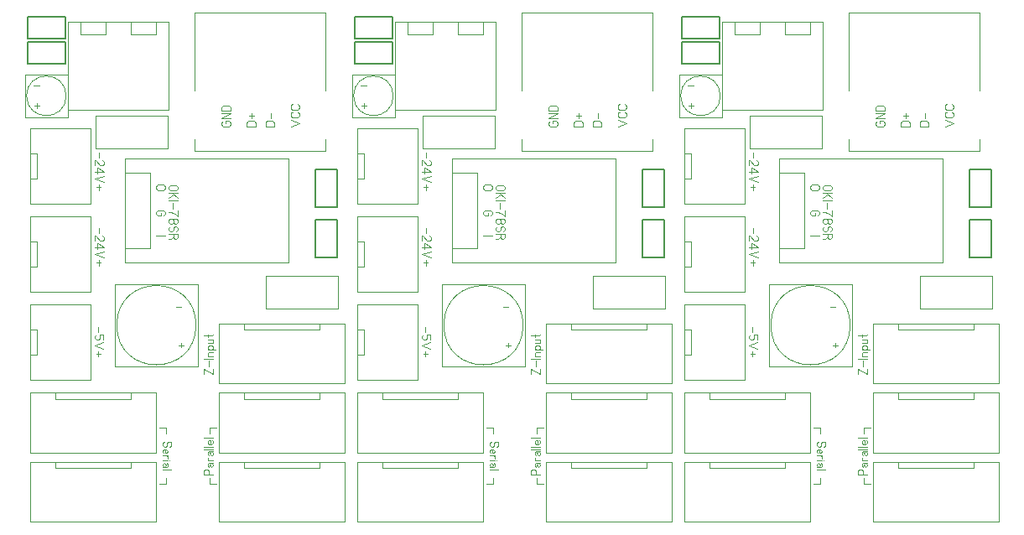
<source format=gbr>
%FSLAX34Y34*%
%MOMM*%
%LNCOPPER_BOTTOM*%
G71*
G01*
%ADD10C, 0.11*%
%ADD11C, 0.10*%
%ADD12C, 0.15*%
%LPD*%
G54D10*
X81578Y845817D02*
X81578Y840484D01*
G54D10*
X77689Y832707D02*
X77689Y838040D01*
X78244Y838040D01*
X79355Y837374D01*
X82689Y833374D01*
X83800Y832707D01*
X84911Y832707D01*
X86022Y833374D01*
X86578Y834707D01*
X86578Y836040D01*
X86022Y837374D01*
X84911Y838040D01*
G54D10*
X77689Y826263D02*
X86578Y826263D01*
X81022Y830263D01*
X79911Y830263D01*
X79911Y824930D01*
G54D10*
X86578Y822486D02*
X77689Y819153D01*
X86578Y815820D01*
G54D10*
X81578Y813375D02*
X81578Y808042D01*
G54D10*
X83800Y810709D02*
X79355Y810709D01*
G54D11*
X152400Y927100D02*
X152400Y977900D01*
X50800Y977900D01*
X50800Y927100D01*
G54D11*
X152400Y927100D02*
X152400Y889000D01*
X50800Y889000D01*
X50800Y927100D01*
G54D11*
X139700Y977900D02*
X139700Y965200D01*
X114300Y965200D01*
X114300Y977900D01*
G54D11*
X88900Y977900D02*
X88900Y965200D01*
X63500Y965200D01*
X63500Y977900D01*
G54D11*
X12700Y793750D02*
X73025Y793750D01*
G54D11*
X12700Y869950D02*
X73025Y869950D01*
X73025Y793750D01*
G54D11*
X12700Y793750D02*
X12700Y869950D01*
G54D11*
X12700Y819150D02*
X19050Y819150D01*
X19050Y844550D01*
X12700Y844550D01*
G54D11*
X12700Y704850D02*
X73025Y704850D01*
G54D11*
X12700Y781050D02*
X73025Y781050D01*
X73025Y704850D01*
G54D11*
X12700Y704850D02*
X12700Y781050D01*
G54D11*
X12700Y730250D02*
X19050Y730250D01*
X19050Y755650D01*
X12700Y755650D01*
G54D11*
X107950Y839788D02*
X107950Y735013D01*
X273050Y735013D01*
X273050Y839788D01*
X107950Y839788D01*
G54D11*
X107950Y825500D02*
X133350Y825500D01*
X133350Y749300D01*
X107950Y749300D01*
G54D10*
X159622Y807467D02*
X154067Y807467D01*
X152956Y808133D01*
X152400Y809467D01*
X152400Y810800D01*
X152956Y812133D01*
X154067Y812800D01*
X159622Y812800D01*
X160734Y812133D01*
X161289Y810800D01*
X161289Y809467D01*
X160733Y808133D01*
X159622Y807467D01*
G54D10*
X152400Y805023D02*
X161289Y805023D01*
G54D10*
X155178Y805023D02*
X161289Y799690D01*
G54D10*
X156845Y803023D02*
X152400Y799690D01*
G54D10*
X152400Y797246D02*
X161289Y797246D01*
G54D10*
X156289Y794802D02*
X156289Y789469D01*
G54D10*
X161289Y787025D02*
X161289Y781692D01*
X160178Y782358D01*
X158511Y783692D01*
X156289Y785025D01*
X154622Y785692D01*
X152400Y785692D01*
G54D10*
X156845Y775915D02*
X156845Y777248D01*
X157400Y778581D01*
X158511Y779248D01*
X159622Y779248D01*
X160734Y778581D01*
X161289Y777248D01*
X161289Y775915D01*
X160733Y774581D01*
X159622Y773915D01*
X158511Y773915D01*
X157400Y774581D01*
X156845Y775915D01*
X156289Y774581D01*
X155178Y773915D01*
X154067Y773915D01*
X152956Y774581D01*
X152400Y775915D01*
X152400Y777248D01*
X152956Y778581D01*
X154067Y779248D01*
X155178Y779248D01*
X156289Y778581D01*
X156845Y777248D01*
G54D10*
X154067Y771471D02*
X152956Y770804D01*
X152400Y769471D01*
X152400Y768138D01*
X152956Y766804D01*
X154067Y766138D01*
X155178Y766138D01*
X156289Y766804D01*
X156845Y768138D01*
X156845Y769471D01*
X157400Y770804D01*
X158511Y771471D01*
X159622Y771471D01*
X160733Y770804D01*
X161289Y769471D01*
X161289Y768138D01*
X160734Y766804D01*
X159622Y766138D01*
G54D10*
X156845Y761027D02*
X155733Y759027D01*
X154622Y758361D01*
X152400Y758361D01*
G54D10*
X152400Y763694D02*
X161289Y763694D01*
X161289Y760361D01*
X160733Y759027D01*
X159622Y758361D01*
X158511Y758361D01*
X157400Y759027D01*
X156845Y760361D01*
X156845Y763694D01*
G54D10*
X146922Y807864D02*
X141367Y807864D01*
X140256Y808530D01*
X139700Y809864D01*
X139700Y811197D01*
X140256Y812530D01*
X141367Y813197D01*
X146922Y813197D01*
X148034Y812530D01*
X148589Y811197D01*
X148589Y809864D01*
X148034Y808530D01*
X146922Y807864D01*
G54D10*
X144145Y784733D02*
X144145Y782067D01*
X141367Y782067D01*
X140256Y782733D01*
X139700Y784067D01*
X139700Y785400D01*
X140256Y786733D01*
X141367Y787400D01*
X146922Y787400D01*
X148034Y786733D01*
X148589Y785400D01*
X148589Y784067D01*
X148034Y782733D01*
X146922Y782067D01*
G54D10*
X139700Y762000D02*
X148589Y762000D01*
G54D11*
X78184Y883444D02*
X151209Y883444D01*
X151209Y850106D01*
X78184Y850106D01*
X78184Y883444D01*
G54D11*
X310158Y859631D02*
X310158Y847130D01*
X178594Y847130D01*
X178594Y859631D01*
G54D11*
X310158Y908844D02*
X310158Y987028D01*
X178594Y987028D01*
X178594Y908844D01*
G54D10*
X275274Y872331D02*
X284162Y875664D01*
X275274Y878998D01*
G54D10*
X282496Y886776D02*
X283607Y886109D01*
X284162Y884776D01*
X284162Y883442D01*
X283607Y882109D01*
X282496Y881442D01*
X276940Y881442D01*
X275829Y882109D01*
X275274Y883442D01*
X275274Y884776D01*
X275829Y886109D01*
X276940Y886776D01*
G54D10*
X282496Y894553D02*
X283607Y893886D01*
X284162Y892553D01*
X284162Y891219D01*
X283607Y889886D01*
X282496Y889219D01*
X276940Y889219D01*
X275829Y889886D01*
X275274Y891219D01*
X275274Y892553D01*
X275829Y893886D01*
X276940Y894553D01*
G54D10*
X258762Y872331D02*
X249874Y872331D01*
X249874Y875664D01*
X250429Y876998D01*
X251540Y877665D01*
X257096Y877665D01*
X258207Y876998D01*
X258762Y875665D01*
X258762Y872331D01*
G54D10*
X254874Y880108D02*
X254874Y885442D01*
G54D10*
X239712Y872331D02*
X230824Y872331D01*
X230824Y875664D01*
X231379Y876998D01*
X232490Y877665D01*
X238046Y877665D01*
X239157Y876998D01*
X239712Y875664D01*
X239712Y872331D01*
G54D10*
X235824Y880108D02*
X235824Y885442D01*
G54D10*
X233602Y882775D02*
X238046Y882775D01*
G54D10*
X209868Y874998D02*
X209868Y877665D01*
X212646Y877665D01*
X213757Y876998D01*
X214312Y875665D01*
X214312Y874331D01*
X213757Y872998D01*
X212646Y872331D01*
X207090Y872331D01*
X205979Y872998D01*
X205424Y874331D01*
X205424Y875664D01*
X205979Y876998D01*
X207090Y877665D01*
G54D10*
X214312Y880108D02*
X205424Y880108D01*
X214312Y885442D01*
X205424Y885442D01*
G54D10*
X214312Y887885D02*
X205424Y887885D01*
X205424Y891219D01*
X205979Y892552D01*
X207090Y893219D01*
X212646Y893219D01*
X213757Y892552D01*
X214312Y891219D01*
X214312Y887885D01*
G54D10*
X81578Y769617D02*
X81578Y764284D01*
G54D10*
X77689Y756507D02*
X77689Y761840D01*
X78244Y761840D01*
X79355Y761174D01*
X82689Y757174D01*
X83800Y756507D01*
X84911Y756507D01*
X86022Y757174D01*
X86578Y758507D01*
X86578Y759840D01*
X86022Y761174D01*
X84911Y761840D01*
G54D10*
X77689Y750063D02*
X86578Y750063D01*
X81022Y754063D01*
X79911Y754063D01*
X79911Y748730D01*
G54D10*
X86578Y746286D02*
X77689Y742953D01*
X86578Y739620D01*
G54D10*
X81578Y737175D02*
X81578Y731842D01*
G54D10*
X83800Y734509D02*
X79355Y734509D01*
G54D12*
X9550Y935150D02*
X9550Y957150D01*
X47550Y957150D01*
X47550Y935150D01*
X9550Y935150D01*
G54D12*
X9550Y960550D02*
X9550Y982550D01*
X47550Y982550D01*
X47550Y960550D01*
X9550Y960550D01*
G54D11*
X50205Y881261D02*
X6945Y881261D01*
X6945Y924520D01*
X50205Y924520D01*
X50205Y881261D01*
G54D11*
G75*
G01X8605Y903108D02*
G03X8605Y903108I20000J0D01*
G01*
G54D10*
X21630Y893247D02*
X16296Y893247D01*
G54D10*
X18963Y891025D02*
X18963Y895469D01*
G54D10*
X21233Y913488D02*
X15900Y913488D01*
G54D11*
X181372Y713184D02*
X98028Y713184D01*
X98028Y629841D01*
X181372Y629841D01*
X181372Y713184D01*
G54D11*
G75*
G01X179700Y671512D02*
G03X179700Y671512I-40000J0D01*
G01*
G54D10*
X159544Y690086D02*
X164877Y690086D01*
G54D10*
X161925Y651192D02*
X167258Y651192D01*
G54D10*
X164592Y653414D02*
X164592Y648970D01*
G54D11*
X203200Y673100D02*
X203200Y612775D01*
G54D11*
X330200Y673100D02*
X330200Y612775D01*
X203200Y612775D01*
G54D11*
X203200Y673100D02*
X330200Y673100D01*
G54D11*
X228600Y673100D02*
X228600Y666750D01*
X304800Y666750D01*
X304800Y673100D01*
G54D11*
X203200Y603250D02*
X203200Y542925D01*
G54D11*
X330200Y603250D02*
X330200Y542925D01*
X203200Y542925D01*
G54D11*
X203200Y603250D02*
X330200Y603250D01*
G54D11*
X228600Y603250D02*
X228600Y596900D01*
X304800Y596900D01*
X304800Y603250D01*
G54D11*
X12700Y603250D02*
X12700Y542925D01*
G54D11*
X139700Y603250D02*
X139700Y542925D01*
X12700Y542925D01*
G54D11*
X12700Y603250D02*
X139700Y603250D01*
G54D11*
X38100Y603250D02*
X38100Y596900D01*
X114300Y596900D01*
X114300Y603250D01*
G54D11*
X12700Y533400D02*
X12700Y473075D01*
G54D11*
X139700Y533400D02*
X139700Y473075D01*
X12700Y473075D01*
G54D11*
X12700Y533400D02*
X139700Y533400D01*
G54D11*
X38100Y533400D02*
X38100Y527050D01*
X114300Y527050D01*
X114300Y533400D01*
G54D11*
X203200Y533400D02*
X203200Y473075D01*
G54D11*
X330200Y533400D02*
X330200Y473075D01*
X203200Y473075D01*
G54D11*
X203200Y533400D02*
X330200Y533400D01*
G54D11*
X228600Y533400D02*
X228600Y527050D01*
X304800Y527050D01*
X304800Y533400D01*
G54D11*
X12700Y615950D02*
X73025Y615950D01*
G54D11*
X12700Y692150D02*
X73025Y692150D01*
X73025Y615950D01*
G54D11*
X12700Y615950D02*
X12700Y692150D01*
G54D11*
X12700Y641350D02*
X19050Y641350D01*
X19050Y666750D01*
X12700Y666750D01*
G54D10*
X81281Y669926D02*
X81281Y664592D01*
G54D10*
X86281Y656815D02*
X86281Y662149D01*
X82392Y662149D01*
X82392Y661482D01*
X82948Y660149D01*
X82948Y658815D01*
X82392Y657482D01*
X81281Y656815D01*
X79059Y656815D01*
X77948Y657482D01*
X77392Y658815D01*
X77392Y660149D01*
X77948Y661482D01*
X79059Y662149D01*
G54D10*
X86281Y654372D02*
X77392Y651038D01*
X86281Y647705D01*
G54D10*
X81281Y645261D02*
X81281Y639927D01*
G54D10*
X83503Y642594D02*
X79059Y642594D01*
G54D10*
X187961Y622300D02*
X187961Y627633D01*
X196850Y622300D01*
X196850Y627633D01*
G54D10*
X192961Y630077D02*
X192961Y635410D01*
G54D10*
X196850Y637854D02*
X187961Y637854D01*
G54D10*
X196850Y640298D02*
X191850Y640298D01*
G54D10*
X192961Y640298D02*
X192183Y640965D01*
X191850Y642298D01*
X192183Y643631D01*
X192961Y644298D01*
X196850Y644298D01*
G54D10*
X191850Y646742D02*
X199072Y646742D01*
G54D10*
X195183Y646742D02*
X196628Y647409D01*
X196850Y648742D01*
X196628Y650075D01*
X195517Y650742D01*
X193294Y650742D01*
X192183Y650075D01*
X191850Y648742D01*
X192183Y647409D01*
X193517Y646742D01*
G54D10*
X191850Y657186D02*
X196850Y657186D01*
G54D10*
X195739Y657186D02*
X196628Y656519D01*
X196850Y655186D01*
X196628Y653853D01*
X195739Y653186D01*
X191850Y653186D01*
G54D10*
X187961Y660963D02*
X196294Y660963D01*
X196850Y661630D01*
X196628Y662297D01*
G54D10*
X191850Y659630D02*
X191850Y662297D01*
G54D10*
X196850Y520700D02*
X187961Y520700D01*
X187961Y524033D01*
X188517Y525367D01*
X189628Y526033D01*
X190739Y526033D01*
X191850Y525367D01*
X192406Y524033D01*
X192406Y520700D01*
G54D10*
X192406Y528477D02*
X191850Y529810D01*
X191850Y531410D01*
X192961Y532477D01*
X196850Y532477D01*
G54D10*
X195183Y532477D02*
X194072Y531810D01*
X193850Y530477D01*
X194072Y529144D01*
X195183Y528477D01*
X196294Y528744D01*
X196850Y529810D01*
X196850Y530477D01*
X196850Y530744D01*
X196294Y531810D01*
X195183Y532477D01*
G54D10*
X196850Y534921D02*
X191850Y534921D01*
G54D10*
X192961Y534921D02*
X191850Y536254D01*
X191850Y537588D01*
G54D10*
X192406Y540032D02*
X191850Y541365D01*
X191850Y542965D01*
X192961Y544032D01*
X196850Y544032D01*
G54D10*
X195183Y544032D02*
X194072Y543365D01*
X193850Y542032D01*
X194072Y540699D01*
X195183Y540032D01*
X196294Y540299D01*
X196850Y541365D01*
X196850Y542032D01*
X196850Y542299D01*
X196294Y543365D01*
X195183Y544032D01*
G54D10*
X196850Y546476D02*
X187961Y546476D01*
G54D10*
X196850Y548920D02*
X187961Y548920D01*
G54D10*
X196294Y555364D02*
X196850Y554297D01*
X196850Y552964D01*
X196294Y551631D01*
X195183Y551364D01*
X193294Y551364D01*
X192183Y552031D01*
X191850Y553364D01*
X192183Y554697D01*
X192961Y555364D01*
X194072Y555364D01*
X194072Y551364D01*
G54D10*
X196850Y557808D02*
X187961Y557808D01*
G54D10*
X147717Y554038D02*
X146606Y553371D01*
X146050Y552038D01*
X146050Y550704D01*
X146606Y549371D01*
X147717Y548704D01*
X148828Y548704D01*
X149939Y549371D01*
X150494Y550704D01*
X150494Y552038D01*
X151050Y553371D01*
X152161Y554038D01*
X153272Y554038D01*
X154383Y553371D01*
X154939Y552038D01*
X154939Y550704D01*
X154383Y549371D01*
X153272Y548704D01*
G54D10*
X146606Y542260D02*
X146050Y543327D01*
X146050Y544660D01*
X146606Y545994D01*
X147717Y546260D01*
X149606Y546260D01*
X150717Y545594D01*
X151050Y544260D01*
X150717Y542927D01*
X149939Y542260D01*
X148828Y542260D01*
X148828Y546260D01*
G54D10*
X146050Y539816D02*
X151050Y539816D01*
G54D10*
X149939Y539816D02*
X151050Y538483D01*
X151050Y537150D01*
G54D10*
X146050Y534706D02*
X151050Y534706D01*
G54D10*
X152717Y534706D02*
X152717Y534706D01*
G54D10*
X150494Y532262D02*
X151050Y530928D01*
X151050Y529328D01*
X149939Y528262D01*
X146050Y528262D01*
G54D10*
X147717Y528262D02*
X148828Y528928D01*
X149050Y530262D01*
X148828Y531595D01*
X147717Y532262D01*
X146606Y531995D01*
X146050Y530928D01*
X146050Y530262D01*
X146050Y529995D01*
X146606Y528928D01*
X147717Y528262D01*
G54D10*
X146050Y525818D02*
X154939Y525818D01*
G54D11*
X193675Y561975D02*
X193675Y568325D01*
X200025Y568325D01*
G54D11*
X193675Y517525D02*
X193675Y511175D01*
X200025Y511175D01*
G54D11*
X149225Y561975D02*
X149225Y568325D01*
X142875Y568325D01*
G54D11*
X149225Y517525D02*
X149225Y511175D01*
X142875Y511175D01*
G54D11*
X323056Y688181D02*
X250031Y688181D01*
X250031Y721519D01*
X323056Y721519D01*
X323056Y688181D01*
G54D12*
X300150Y828650D02*
X322150Y828650D01*
X322150Y790650D01*
X300150Y790650D01*
X300150Y828650D01*
G54D12*
X300150Y777850D02*
X322150Y777850D01*
X322150Y739850D01*
X300150Y739850D01*
X300150Y777850D01*
G54D10*
X411778Y845817D02*
X411778Y840484D01*
G54D10*
X407889Y832707D02*
X407889Y838040D01*
X408444Y838040D01*
X409555Y837374D01*
X412889Y833374D01*
X414000Y832707D01*
X415111Y832707D01*
X416222Y833374D01*
X416778Y834707D01*
X416778Y836040D01*
X416222Y837374D01*
X415111Y838040D01*
G54D10*
X407889Y826263D02*
X416778Y826263D01*
X411222Y830263D01*
X410111Y830263D01*
X410111Y824930D01*
G54D10*
X416778Y822486D02*
X407889Y819153D01*
X416778Y815820D01*
G54D10*
X411778Y813375D02*
X411778Y808042D01*
G54D10*
X414000Y810708D02*
X409555Y810708D01*
G54D11*
X482600Y927100D02*
X482600Y977900D01*
X381000Y977900D01*
X381000Y927100D01*
G54D11*
X482600Y927100D02*
X482600Y889000D01*
X381000Y889000D01*
X381000Y927100D01*
G54D11*
X469900Y977900D02*
X469900Y965200D01*
X444500Y965200D01*
X444500Y977900D01*
G54D11*
X419100Y977900D02*
X419100Y965200D01*
X393700Y965200D01*
X393700Y977900D01*
G54D11*
X342900Y793750D02*
X403225Y793750D01*
G54D11*
X342900Y869950D02*
X403225Y869950D01*
X403225Y793750D01*
G54D11*
X342900Y793750D02*
X342900Y869950D01*
G54D11*
X342900Y819150D02*
X349250Y819150D01*
X349250Y844550D01*
X342900Y844550D01*
G54D11*
X342900Y704850D02*
X403225Y704850D01*
G54D11*
X342900Y781050D02*
X403225Y781050D01*
X403225Y704850D01*
G54D11*
X342900Y704850D02*
X342900Y781050D01*
G54D11*
X342900Y730250D02*
X349250Y730250D01*
X349250Y755650D01*
X342900Y755650D01*
G54D11*
X438150Y839788D02*
X438150Y735013D01*
X603250Y735013D01*
X603250Y839788D01*
X438150Y839788D01*
G54D11*
X438150Y825500D02*
X463550Y825500D01*
X463550Y749300D01*
X438150Y749300D01*
G54D10*
X489822Y807467D02*
X484267Y807467D01*
X483156Y808133D01*
X482600Y809467D01*
X482600Y810800D01*
X483156Y812133D01*
X484267Y812800D01*
X489822Y812800D01*
X490934Y812133D01*
X491489Y810800D01*
X491489Y809467D01*
X490933Y808133D01*
X489822Y807467D01*
G54D10*
X482600Y805023D02*
X491489Y805023D01*
G54D10*
X485378Y805023D02*
X491489Y799690D01*
G54D10*
X487045Y803023D02*
X482600Y799690D01*
G54D10*
X482600Y797246D02*
X491489Y797246D01*
G54D10*
X486489Y794802D02*
X486489Y789469D01*
G54D10*
X491489Y787025D02*
X491489Y781692D01*
X490378Y782358D01*
X488711Y783692D01*
X486489Y785025D01*
X484822Y785692D01*
X482600Y785692D01*
G54D10*
X487045Y775915D02*
X487045Y777248D01*
X487600Y778581D01*
X488711Y779248D01*
X489822Y779248D01*
X490934Y778581D01*
X491489Y777248D01*
X491489Y775915D01*
X490933Y774581D01*
X489822Y773915D01*
X488711Y773915D01*
X487600Y774581D01*
X487045Y775915D01*
X486489Y774581D01*
X485378Y773915D01*
X484267Y773915D01*
X483156Y774581D01*
X482600Y775915D01*
X482600Y777248D01*
X483156Y778581D01*
X484267Y779248D01*
X485378Y779248D01*
X486489Y778581D01*
X487045Y777248D01*
G54D10*
X484267Y771471D02*
X483156Y770804D01*
X482600Y769471D01*
X482600Y768138D01*
X483156Y766804D01*
X484267Y766138D01*
X485378Y766138D01*
X486489Y766804D01*
X487045Y768138D01*
X487045Y769471D01*
X487600Y770804D01*
X488711Y771471D01*
X489822Y771471D01*
X490933Y770804D01*
X491489Y769471D01*
X491489Y768138D01*
X490934Y766804D01*
X489822Y766138D01*
G54D10*
X487045Y761027D02*
X485933Y759027D01*
X484822Y758361D01*
X482600Y758361D01*
G54D10*
X482600Y763694D02*
X491489Y763694D01*
X491489Y760361D01*
X490933Y759027D01*
X489822Y758361D01*
X488711Y758361D01*
X487600Y759027D01*
X487045Y760361D01*
X487045Y763694D01*
G54D10*
X477122Y807864D02*
X471567Y807864D01*
X470456Y808530D01*
X469900Y809864D01*
X469900Y811197D01*
X470456Y812530D01*
X471567Y813197D01*
X477122Y813197D01*
X478234Y812530D01*
X478789Y811197D01*
X478789Y809864D01*
X478234Y808530D01*
X477122Y807864D01*
G54D10*
X474345Y784733D02*
X474345Y782067D01*
X471567Y782067D01*
X470456Y782733D01*
X469900Y784067D01*
X469900Y785400D01*
X470456Y786733D01*
X471567Y787400D01*
X477122Y787400D01*
X478234Y786733D01*
X478789Y785400D01*
X478789Y784067D01*
X478234Y782733D01*
X477122Y782067D01*
G54D10*
X469900Y762000D02*
X478789Y762000D01*
G54D11*
X408384Y883444D02*
X481409Y883444D01*
X481409Y850106D01*
X408384Y850106D01*
X408384Y883444D01*
G54D11*
X640358Y859631D02*
X640358Y847130D01*
X508794Y847130D01*
X508794Y859631D01*
G54D11*
X640358Y908844D02*
X640358Y987028D01*
X508794Y987028D01*
X508794Y908844D01*
G54D10*
X605474Y872331D02*
X614362Y875664D01*
X605474Y878998D01*
G54D10*
X612696Y886776D02*
X613807Y886109D01*
X614362Y884776D01*
X614362Y883442D01*
X613807Y882109D01*
X612696Y881442D01*
X607140Y881442D01*
X606029Y882109D01*
X605474Y883442D01*
X605474Y884776D01*
X606029Y886109D01*
X607140Y886776D01*
G54D10*
X612696Y894552D02*
X613807Y893886D01*
X614362Y892553D01*
X614362Y891219D01*
X613807Y889886D01*
X612696Y889219D01*
X607140Y889219D01*
X606029Y889886D01*
X605474Y891219D01*
X605474Y892552D01*
X606029Y893886D01*
X607140Y894553D01*
G54D10*
X588962Y872331D02*
X580074Y872331D01*
X580074Y875664D01*
X580629Y876998D01*
X581740Y877665D01*
X587296Y877665D01*
X588407Y876998D01*
X588962Y875665D01*
X588962Y872331D01*
G54D10*
X585074Y880108D02*
X585074Y885442D01*
G54D10*
X569912Y872331D02*
X561024Y872331D01*
X561024Y875664D01*
X561579Y876998D01*
X562690Y877665D01*
X568246Y877665D01*
X569357Y876998D01*
X569912Y875664D01*
X569912Y872331D01*
G54D10*
X566024Y880108D02*
X566024Y885442D01*
G54D10*
X563802Y882775D02*
X568246Y882775D01*
G54D10*
X540068Y874998D02*
X540068Y877665D01*
X542846Y877665D01*
X543957Y876998D01*
X544512Y875665D01*
X544512Y874331D01*
X543957Y872998D01*
X542846Y872331D01*
X537290Y872331D01*
X536179Y872998D01*
X535624Y874331D01*
X535624Y875664D01*
X536179Y876998D01*
X537290Y877665D01*
G54D10*
X544512Y880108D02*
X535624Y880108D01*
X544512Y885442D01*
X535624Y885442D01*
G54D10*
X544512Y887885D02*
X535624Y887885D01*
X535624Y891218D01*
X536179Y892552D01*
X537290Y893218D01*
X542846Y893218D01*
X543957Y892552D01*
X544512Y891218D01*
X544512Y887885D01*
G54D10*
X411778Y769617D02*
X411778Y764284D01*
G54D10*
X407889Y756507D02*
X407889Y761840D01*
X408444Y761840D01*
X409555Y761174D01*
X412889Y757174D01*
X414000Y756507D01*
X415111Y756507D01*
X416222Y757174D01*
X416778Y758507D01*
X416778Y759840D01*
X416222Y761174D01*
X415111Y761840D01*
G54D10*
X407889Y750063D02*
X416778Y750063D01*
X411222Y754063D01*
X410111Y754063D01*
X410111Y748730D01*
G54D10*
X416778Y746286D02*
X407889Y742953D01*
X416778Y739620D01*
G54D10*
X411778Y737175D02*
X411778Y731842D01*
G54D10*
X414000Y734508D02*
X409555Y734508D01*
G54D12*
X339750Y935150D02*
X339750Y957150D01*
X377750Y957150D01*
X377750Y935150D01*
X339750Y935150D01*
G54D12*
X339750Y960550D02*
X339750Y982550D01*
X377750Y982550D01*
X377750Y960550D01*
X339750Y960550D01*
G54D11*
X380405Y881261D02*
X337145Y881261D01*
X337145Y924520D01*
X380405Y924520D01*
X380405Y881261D01*
G54D11*
G75*
G01X338805Y903108D02*
G03X338805Y903108I20000J0D01*
G01*
G54D10*
X351830Y893247D02*
X346496Y893247D01*
G54D10*
X349163Y891025D02*
X349163Y895469D01*
G54D10*
X351433Y913488D02*
X346100Y913488D01*
G54D11*
X511572Y713184D02*
X428228Y713184D01*
X428228Y629841D01*
X511572Y629841D01*
X511572Y713184D01*
G54D11*
G75*
G01X509900Y671512D02*
G03X509900Y671512I-40000J0D01*
G01*
G54D10*
X489744Y690086D02*
X495077Y690086D01*
G54D10*
X492125Y651192D02*
X497458Y651192D01*
G54D10*
X494792Y653414D02*
X494792Y648970D01*
G54D11*
X533400Y673100D02*
X533400Y612775D01*
G54D11*
X660400Y673100D02*
X660400Y612775D01*
X533400Y612775D01*
G54D11*
X533400Y673100D02*
X660400Y673100D01*
G54D11*
X558800Y673100D02*
X558800Y666750D01*
X635000Y666750D01*
X635000Y673100D01*
G54D11*
X533400Y603250D02*
X533400Y542925D01*
G54D11*
X660400Y603250D02*
X660400Y542925D01*
X533400Y542925D01*
G54D11*
X533400Y603250D02*
X660400Y603250D01*
G54D11*
X558800Y603250D02*
X558800Y596900D01*
X635000Y596900D01*
X635000Y603250D01*
G54D11*
X342900Y603250D02*
X342900Y542925D01*
G54D11*
X469900Y603250D02*
X469900Y542925D01*
X342900Y542925D01*
G54D11*
X342900Y603250D02*
X469900Y603250D01*
G54D11*
X368300Y603250D02*
X368300Y596900D01*
X444500Y596900D01*
X444500Y603250D01*
G54D11*
X342900Y533400D02*
X342900Y473075D01*
G54D11*
X469900Y533400D02*
X469900Y473075D01*
X342900Y473075D01*
G54D11*
X342900Y533400D02*
X469900Y533400D01*
G54D11*
X368300Y533400D02*
X368300Y527050D01*
X444500Y527050D01*
X444500Y533400D01*
G54D11*
X533400Y533400D02*
X533400Y473075D01*
G54D11*
X660400Y533400D02*
X660400Y473075D01*
X533400Y473075D01*
G54D11*
X533400Y533400D02*
X660400Y533400D01*
G54D11*
X558800Y533400D02*
X558800Y527050D01*
X635000Y527050D01*
X635000Y533400D01*
G54D11*
X342900Y615950D02*
X403225Y615950D01*
G54D11*
X342900Y692150D02*
X403225Y692150D01*
X403225Y615950D01*
G54D11*
X342900Y615950D02*
X342900Y692150D01*
G54D11*
X342900Y641350D02*
X349250Y641350D01*
X349250Y666750D01*
X342900Y666750D01*
G54D10*
X411481Y669926D02*
X411481Y664592D01*
G54D10*
X416481Y656815D02*
X416481Y662149D01*
X412592Y662149D01*
X412592Y661482D01*
X413148Y660149D01*
X413148Y658815D01*
X412592Y657482D01*
X411481Y656815D01*
X409259Y656815D01*
X408148Y657482D01*
X407592Y658815D01*
X407592Y660149D01*
X408148Y661482D01*
X409259Y662149D01*
G54D10*
X416481Y654372D02*
X407592Y651038D01*
X416481Y647705D01*
G54D10*
X411481Y645261D02*
X411481Y639927D01*
G54D10*
X413703Y642594D02*
X409259Y642594D01*
G54D10*
X518161Y622300D02*
X518161Y627633D01*
X527050Y622300D01*
X527050Y627633D01*
G54D10*
X523161Y630077D02*
X523161Y635410D01*
G54D10*
X527050Y637854D02*
X518161Y637854D01*
G54D10*
X527050Y640298D02*
X522050Y640298D01*
G54D10*
X523161Y640298D02*
X522383Y640965D01*
X522050Y642298D01*
X522383Y643631D01*
X523161Y644298D01*
X527050Y644298D01*
G54D10*
X522050Y646742D02*
X529272Y646742D01*
G54D10*
X525383Y646742D02*
X526828Y647409D01*
X527050Y648742D01*
X526828Y650075D01*
X525717Y650742D01*
X523494Y650742D01*
X522383Y650075D01*
X522050Y648742D01*
X522383Y647409D01*
X523717Y646742D01*
G54D10*
X522050Y657186D02*
X527050Y657186D01*
G54D10*
X525939Y657186D02*
X526828Y656519D01*
X527050Y655186D01*
X526828Y653853D01*
X525939Y653186D01*
X522050Y653186D01*
G54D10*
X518161Y660963D02*
X526494Y660963D01*
X527050Y661630D01*
X526828Y662297D01*
G54D10*
X522050Y659630D02*
X522050Y662297D01*
G54D10*
X527050Y520700D02*
X518161Y520700D01*
X518161Y524033D01*
X518717Y525367D01*
X519828Y526033D01*
X520939Y526033D01*
X522050Y525367D01*
X522606Y524033D01*
X522606Y520700D01*
G54D10*
X522606Y528477D02*
X522050Y529810D01*
X522050Y531410D01*
X523161Y532477D01*
X527050Y532477D01*
G54D10*
X525383Y532477D02*
X524272Y531810D01*
X524050Y530477D01*
X524272Y529144D01*
X525383Y528477D01*
X526494Y528744D01*
X527050Y529810D01*
X527050Y530477D01*
X527050Y530744D01*
X526494Y531810D01*
X525383Y532477D01*
G54D10*
X527050Y534921D02*
X522050Y534921D01*
G54D10*
X523161Y534921D02*
X522050Y536254D01*
X522050Y537588D01*
G54D10*
X522606Y540032D02*
X522050Y541365D01*
X522050Y542965D01*
X523161Y544032D01*
X527050Y544032D01*
G54D10*
X525383Y544032D02*
X524272Y543365D01*
X524050Y542032D01*
X524272Y540699D01*
X525383Y540032D01*
X526494Y540299D01*
X527050Y541365D01*
X527050Y542032D01*
X527050Y542299D01*
X526494Y543365D01*
X525383Y544032D01*
G54D10*
X527050Y546476D02*
X518161Y546476D01*
G54D10*
X527050Y548920D02*
X518161Y548920D01*
G54D10*
X526494Y555364D02*
X527050Y554297D01*
X527050Y552964D01*
X526494Y551631D01*
X525383Y551364D01*
X523494Y551364D01*
X522383Y552031D01*
X522050Y553364D01*
X522383Y554697D01*
X523161Y555364D01*
X524272Y555364D01*
X524272Y551364D01*
G54D10*
X527050Y557808D02*
X518161Y557808D01*
G54D10*
X477917Y554038D02*
X476806Y553371D01*
X476250Y552038D01*
X476250Y550704D01*
X476806Y549371D01*
X477917Y548704D01*
X479028Y548704D01*
X480139Y549371D01*
X480694Y550704D01*
X480694Y552038D01*
X481250Y553371D01*
X482361Y554038D01*
X483472Y554038D01*
X484583Y553371D01*
X485139Y552038D01*
X485139Y550704D01*
X484583Y549371D01*
X483472Y548704D01*
G54D10*
X476806Y542260D02*
X476250Y543327D01*
X476250Y544660D01*
X476806Y545994D01*
X477917Y546260D01*
X479806Y546260D01*
X480917Y545594D01*
X481250Y544260D01*
X480917Y542927D01*
X480139Y542260D01*
X479028Y542260D01*
X479028Y546260D01*
G54D10*
X476250Y539816D02*
X481250Y539816D01*
G54D10*
X480139Y539816D02*
X481250Y538483D01*
X481250Y537150D01*
G54D10*
X476250Y534706D02*
X481250Y534706D01*
G54D10*
X482917Y534706D02*
X482917Y534706D01*
G54D10*
X480694Y532262D02*
X481250Y530928D01*
X481250Y529328D01*
X480139Y528262D01*
X476250Y528262D01*
G54D10*
X477917Y528262D02*
X479028Y528928D01*
X479250Y530262D01*
X479028Y531595D01*
X477917Y532262D01*
X476806Y531995D01*
X476250Y530928D01*
X476250Y530262D01*
X476250Y529995D01*
X476806Y528928D01*
X477917Y528262D01*
G54D10*
X476250Y525818D02*
X485139Y525818D01*
G54D11*
X523875Y561975D02*
X523875Y568325D01*
X530225Y568325D01*
G54D11*
X523875Y517525D02*
X523875Y511175D01*
X530225Y511175D01*
G54D11*
X479425Y561975D02*
X479425Y568325D01*
X473075Y568325D01*
G54D11*
X479425Y517525D02*
X479425Y511175D01*
X473075Y511175D01*
G54D11*
X653256Y688181D02*
X580231Y688181D01*
X580231Y721519D01*
X653256Y721519D01*
X653256Y688181D01*
G54D12*
X630350Y828650D02*
X652350Y828650D01*
X652350Y790650D01*
X630350Y790650D01*
X630350Y828650D01*
G54D12*
X630350Y777850D02*
X652350Y777850D01*
X652350Y739850D01*
X630350Y739850D01*
X630350Y777850D01*
G54D10*
X741978Y845817D02*
X741978Y840484D01*
G54D10*
X738089Y832707D02*
X738089Y838040D01*
X738644Y838040D01*
X739755Y837374D01*
X743089Y833374D01*
X744200Y832707D01*
X745311Y832707D01*
X746422Y833374D01*
X746978Y834707D01*
X746978Y836040D01*
X746422Y837374D01*
X745311Y838040D01*
G54D10*
X738089Y826263D02*
X746978Y826263D01*
X741422Y830263D01*
X740311Y830263D01*
X740311Y824930D01*
G54D10*
X746978Y822486D02*
X738089Y819153D01*
X746978Y815820D01*
G54D10*
X741978Y813375D02*
X741978Y808042D01*
G54D10*
X744200Y810708D02*
X739755Y810708D01*
G54D11*
X812800Y927100D02*
X812800Y977900D01*
X711200Y977900D01*
X711200Y927100D01*
G54D11*
X812800Y927100D02*
X812800Y889000D01*
X711200Y889000D01*
X711200Y927100D01*
G54D11*
X800100Y977900D02*
X800100Y965200D01*
X774700Y965200D01*
X774700Y977900D01*
G54D11*
X749300Y977900D02*
X749300Y965200D01*
X723900Y965200D01*
X723900Y977900D01*
G54D11*
X673100Y793750D02*
X733425Y793750D01*
G54D11*
X673100Y869950D02*
X733425Y869950D01*
X733425Y793750D01*
G54D11*
X673100Y793750D02*
X673100Y869950D01*
G54D11*
X673100Y819150D02*
X679450Y819150D01*
X679450Y844550D01*
X673100Y844550D01*
G54D11*
X673100Y704850D02*
X733425Y704850D01*
G54D11*
X673100Y781050D02*
X733425Y781050D01*
X733425Y704850D01*
G54D11*
X673100Y704850D02*
X673100Y781050D01*
G54D11*
X673100Y730250D02*
X679450Y730250D01*
X679450Y755650D01*
X673100Y755650D01*
G54D11*
X768350Y839788D02*
X768350Y735013D01*
X933450Y735013D01*
X933450Y839788D01*
X768350Y839788D01*
G54D11*
X768350Y825500D02*
X793750Y825500D01*
X793750Y749300D01*
X768350Y749300D01*
G54D10*
X820022Y807467D02*
X814467Y807467D01*
X813356Y808133D01*
X812800Y809467D01*
X812800Y810800D01*
X813356Y812133D01*
X814467Y812800D01*
X820022Y812800D01*
X821134Y812133D01*
X821689Y810800D01*
X821689Y809467D01*
X821133Y808133D01*
X820022Y807467D01*
G54D10*
X812800Y805023D02*
X821689Y805023D01*
G54D10*
X815578Y805023D02*
X821689Y799690D01*
G54D10*
X817245Y803023D02*
X812800Y799690D01*
G54D10*
X812800Y797246D02*
X821689Y797246D01*
G54D10*
X816689Y794802D02*
X816689Y789469D01*
G54D10*
X821689Y787025D02*
X821689Y781692D01*
X820578Y782358D01*
X818911Y783692D01*
X816689Y785025D01*
X815022Y785692D01*
X812800Y785692D01*
G54D10*
X817245Y775915D02*
X817245Y777248D01*
X817800Y778581D01*
X818911Y779248D01*
X820022Y779248D01*
X821134Y778581D01*
X821689Y777248D01*
X821689Y775915D01*
X821133Y774581D01*
X820022Y773915D01*
X818911Y773915D01*
X817800Y774581D01*
X817245Y775915D01*
X816689Y774581D01*
X815578Y773915D01*
X814467Y773915D01*
X813356Y774581D01*
X812800Y775915D01*
X812800Y777248D01*
X813356Y778581D01*
X814467Y779248D01*
X815578Y779248D01*
X816689Y778581D01*
X817245Y777248D01*
G54D10*
X814467Y771471D02*
X813356Y770804D01*
X812800Y769471D01*
X812800Y768138D01*
X813356Y766804D01*
X814467Y766138D01*
X815578Y766138D01*
X816689Y766804D01*
X817245Y768138D01*
X817245Y769471D01*
X817800Y770804D01*
X818911Y771471D01*
X820022Y771471D01*
X821133Y770804D01*
X821689Y769471D01*
X821689Y768138D01*
X821134Y766804D01*
X820022Y766138D01*
G54D10*
X817245Y761027D02*
X816133Y759027D01*
X815022Y758361D01*
X812800Y758361D01*
G54D10*
X812800Y763694D02*
X821689Y763694D01*
X821689Y760361D01*
X821133Y759027D01*
X820022Y758361D01*
X818911Y758361D01*
X817800Y759027D01*
X817245Y760361D01*
X817245Y763694D01*
G54D10*
X807322Y807864D02*
X801767Y807864D01*
X800656Y808530D01*
X800100Y809864D01*
X800100Y811197D01*
X800656Y812530D01*
X801767Y813197D01*
X807322Y813197D01*
X808434Y812530D01*
X808989Y811197D01*
X808989Y809864D01*
X808434Y808530D01*
X807322Y807864D01*
G54D10*
X804545Y784733D02*
X804545Y782067D01*
X801767Y782067D01*
X800656Y782733D01*
X800100Y784067D01*
X800100Y785400D01*
X800656Y786733D01*
X801767Y787400D01*
X807322Y787400D01*
X808434Y786733D01*
X808989Y785400D01*
X808989Y784067D01*
X808434Y782733D01*
X807322Y782067D01*
G54D10*
X800100Y762000D02*
X808989Y762000D01*
G54D11*
X738584Y883444D02*
X811609Y883444D01*
X811609Y850106D01*
X738584Y850106D01*
X738584Y883444D01*
G54D11*
X970558Y859631D02*
X970558Y847130D01*
X838994Y847130D01*
X838994Y859631D01*
G54D11*
X970558Y908844D02*
X970558Y987028D01*
X838994Y987028D01*
X838994Y908844D01*
G54D10*
X935674Y872331D02*
X944562Y875664D01*
X935674Y878998D01*
G54D10*
X942896Y886776D02*
X944007Y886109D01*
X944562Y884776D01*
X944562Y883442D01*
X944007Y882109D01*
X942896Y881442D01*
X937340Y881442D01*
X936229Y882109D01*
X935674Y883442D01*
X935674Y884776D01*
X936229Y886109D01*
X937340Y886776D01*
G54D10*
X942896Y894552D02*
X944007Y893886D01*
X944562Y892553D01*
X944562Y891219D01*
X944007Y889886D01*
X942896Y889219D01*
X937340Y889219D01*
X936229Y889886D01*
X935674Y891219D01*
X935674Y892552D01*
X936229Y893886D01*
X937340Y894553D01*
G54D10*
X919162Y872331D02*
X910274Y872331D01*
X910274Y875664D01*
X910829Y876998D01*
X911940Y877665D01*
X917496Y877665D01*
X918607Y876998D01*
X919162Y875665D01*
X919162Y872331D01*
G54D10*
X915274Y880108D02*
X915274Y885442D01*
G54D10*
X900112Y872331D02*
X891224Y872331D01*
X891224Y875664D01*
X891779Y876998D01*
X892890Y877665D01*
X898446Y877665D01*
X899557Y876998D01*
X900112Y875664D01*
X900112Y872331D01*
G54D10*
X896224Y880108D02*
X896224Y885442D01*
G54D10*
X894002Y882775D02*
X898446Y882775D01*
G54D10*
X870268Y874998D02*
X870268Y877665D01*
X873046Y877665D01*
X874157Y876998D01*
X874712Y875665D01*
X874712Y874331D01*
X874157Y872998D01*
X873046Y872331D01*
X867490Y872331D01*
X866379Y872998D01*
X865824Y874331D01*
X865824Y875664D01*
X866379Y876998D01*
X867490Y877665D01*
G54D10*
X874712Y880108D02*
X865824Y880108D01*
X874712Y885442D01*
X865824Y885442D01*
G54D10*
X874712Y887885D02*
X865824Y887885D01*
X865824Y891218D01*
X866379Y892552D01*
X867490Y893218D01*
X873046Y893218D01*
X874157Y892552D01*
X874712Y891218D01*
X874712Y887885D01*
G54D10*
X741978Y769617D02*
X741978Y764284D01*
G54D10*
X738089Y756507D02*
X738089Y761840D01*
X738644Y761840D01*
X739755Y761174D01*
X743089Y757174D01*
X744200Y756507D01*
X745311Y756507D01*
X746422Y757174D01*
X746978Y758507D01*
X746978Y759840D01*
X746422Y761174D01*
X745311Y761840D01*
G54D10*
X738089Y750063D02*
X746978Y750063D01*
X741422Y754063D01*
X740311Y754063D01*
X740311Y748730D01*
G54D10*
X746978Y746286D02*
X738089Y742953D01*
X746978Y739620D01*
G54D10*
X741978Y737175D02*
X741978Y731842D01*
G54D10*
X744200Y734508D02*
X739755Y734508D01*
G54D12*
X669950Y935150D02*
X669950Y957150D01*
X707950Y957150D01*
X707950Y935150D01*
X669950Y935150D01*
G54D12*
X669950Y960550D02*
X669950Y982550D01*
X707950Y982550D01*
X707950Y960550D01*
X669950Y960550D01*
G54D11*
X710605Y881261D02*
X667345Y881261D01*
X667345Y924520D01*
X710605Y924520D01*
X710605Y881261D01*
G54D11*
G75*
G01X669005Y903108D02*
G03X669005Y903108I20000J0D01*
G01*
G54D10*
X682030Y893247D02*
X676696Y893247D01*
G54D10*
X679363Y891025D02*
X679363Y895469D01*
G54D10*
X681633Y913488D02*
X676300Y913488D01*
G54D11*
X841772Y713184D02*
X758428Y713184D01*
X758428Y629841D01*
X841772Y629841D01*
X841772Y713184D01*
G54D11*
G75*
G01X840100Y671512D02*
G03X840100Y671512I-40000J0D01*
G01*
G54D10*
X819944Y690086D02*
X825277Y690086D01*
G54D10*
X822325Y651192D02*
X827658Y651192D01*
G54D10*
X824992Y653414D02*
X824992Y648970D01*
G54D11*
X863600Y673100D02*
X863600Y612775D01*
G54D11*
X990600Y673100D02*
X990600Y612775D01*
X863600Y612775D01*
G54D11*
X863600Y673100D02*
X990600Y673100D01*
G54D11*
X889000Y673100D02*
X889000Y666750D01*
X965200Y666750D01*
X965200Y673100D01*
G54D11*
X863600Y603250D02*
X863600Y542925D01*
G54D11*
X990600Y603250D02*
X990600Y542925D01*
X863600Y542925D01*
G54D11*
X863600Y603250D02*
X990600Y603250D01*
G54D11*
X889000Y603250D02*
X889000Y596900D01*
X965200Y596900D01*
X965200Y603250D01*
G54D11*
X673100Y603250D02*
X673100Y542925D01*
G54D11*
X800100Y603250D02*
X800100Y542925D01*
X673100Y542925D01*
G54D11*
X673100Y603250D02*
X800100Y603250D01*
G54D11*
X698500Y603250D02*
X698500Y596900D01*
X774700Y596900D01*
X774700Y603250D01*
G54D11*
X673100Y533400D02*
X673100Y473075D01*
G54D11*
X800100Y533400D02*
X800100Y473075D01*
X673100Y473075D01*
G54D11*
X673100Y533400D02*
X800100Y533400D01*
G54D11*
X698500Y533400D02*
X698500Y527050D01*
X774700Y527050D01*
X774700Y533400D01*
G54D11*
X863600Y533400D02*
X863600Y473075D01*
G54D11*
X990600Y533400D02*
X990600Y473075D01*
X863600Y473075D01*
G54D11*
X863600Y533400D02*
X990600Y533400D01*
G54D11*
X889000Y533400D02*
X889000Y527050D01*
X965200Y527050D01*
X965200Y533400D01*
G54D11*
X673100Y615950D02*
X733425Y615950D01*
G54D11*
X673100Y692150D02*
X733425Y692150D01*
X733425Y615950D01*
G54D11*
X673100Y615950D02*
X673100Y692150D01*
G54D11*
X673100Y641350D02*
X679450Y641350D01*
X679450Y666750D01*
X673100Y666750D01*
G54D10*
X741681Y669926D02*
X741681Y664592D01*
G54D10*
X746681Y656815D02*
X746681Y662149D01*
X742792Y662149D01*
X742792Y661482D01*
X743348Y660149D01*
X743348Y658815D01*
X742792Y657482D01*
X741681Y656815D01*
X739459Y656815D01*
X738348Y657482D01*
X737792Y658815D01*
X737792Y660149D01*
X738348Y661482D01*
X739459Y662149D01*
G54D10*
X746681Y654372D02*
X737792Y651038D01*
X746681Y647705D01*
G54D10*
X741681Y645261D02*
X741681Y639927D01*
G54D10*
X743903Y642594D02*
X739459Y642594D01*
G54D10*
X848361Y622300D02*
X848361Y627633D01*
X857250Y622300D01*
X857250Y627633D01*
G54D10*
X853361Y630077D02*
X853361Y635410D01*
G54D10*
X857250Y637854D02*
X848361Y637854D01*
G54D10*
X857250Y640298D02*
X852250Y640298D01*
G54D10*
X853361Y640298D02*
X852583Y640965D01*
X852250Y642298D01*
X852583Y643631D01*
X853361Y644298D01*
X857250Y644298D01*
G54D10*
X852250Y646742D02*
X859472Y646742D01*
G54D10*
X855583Y646742D02*
X857028Y647409D01*
X857250Y648742D01*
X857028Y650075D01*
X855917Y650742D01*
X853694Y650742D01*
X852583Y650075D01*
X852250Y648742D01*
X852583Y647409D01*
X853917Y646742D01*
G54D10*
X852250Y657186D02*
X857250Y657186D01*
G54D10*
X856139Y657186D02*
X857028Y656519D01*
X857250Y655186D01*
X857028Y653853D01*
X856139Y653186D01*
X852250Y653186D01*
G54D10*
X848361Y660963D02*
X856694Y660963D01*
X857250Y661630D01*
X857028Y662297D01*
G54D10*
X852250Y659630D02*
X852250Y662297D01*
G54D10*
X857250Y520700D02*
X848361Y520700D01*
X848361Y524033D01*
X848917Y525367D01*
X850028Y526033D01*
X851139Y526033D01*
X852250Y525367D01*
X852806Y524033D01*
X852806Y520700D01*
G54D10*
X852806Y528477D02*
X852250Y529810D01*
X852250Y531410D01*
X853361Y532477D01*
X857250Y532477D01*
G54D10*
X855583Y532477D02*
X854472Y531810D01*
X854250Y530477D01*
X854472Y529144D01*
X855583Y528477D01*
X856694Y528744D01*
X857250Y529810D01*
X857250Y530477D01*
X857250Y530744D01*
X856694Y531810D01*
X855583Y532477D01*
G54D10*
X857250Y534921D02*
X852250Y534921D01*
G54D10*
X853361Y534921D02*
X852250Y536254D01*
X852250Y537588D01*
G54D10*
X852806Y540032D02*
X852250Y541365D01*
X852250Y542965D01*
X853361Y544032D01*
X857250Y544032D01*
G54D10*
X855583Y544032D02*
X854472Y543365D01*
X854250Y542032D01*
X854472Y540699D01*
X855583Y540032D01*
X856694Y540299D01*
X857250Y541365D01*
X857250Y542032D01*
X857250Y542299D01*
X856694Y543365D01*
X855583Y544032D01*
G54D10*
X857250Y546476D02*
X848361Y546476D01*
G54D10*
X857250Y548920D02*
X848361Y548920D01*
G54D10*
X856694Y555364D02*
X857250Y554297D01*
X857250Y552964D01*
X856694Y551631D01*
X855583Y551364D01*
X853694Y551364D01*
X852583Y552031D01*
X852250Y553364D01*
X852583Y554697D01*
X853361Y555364D01*
X854472Y555364D01*
X854472Y551364D01*
G54D10*
X857250Y557808D02*
X848361Y557808D01*
G54D10*
X808117Y554038D02*
X807006Y553371D01*
X806450Y552038D01*
X806450Y550704D01*
X807006Y549371D01*
X808117Y548704D01*
X809228Y548704D01*
X810339Y549371D01*
X810894Y550704D01*
X810894Y552038D01*
X811450Y553371D01*
X812561Y554038D01*
X813672Y554038D01*
X814783Y553371D01*
X815339Y552038D01*
X815339Y550704D01*
X814783Y549371D01*
X813672Y548704D01*
G54D10*
X807006Y542260D02*
X806450Y543327D01*
X806450Y544660D01*
X807006Y545994D01*
X808117Y546260D01*
X810006Y546260D01*
X811117Y545594D01*
X811450Y544260D01*
X811117Y542927D01*
X810339Y542260D01*
X809228Y542260D01*
X809228Y546260D01*
G54D10*
X806450Y539816D02*
X811450Y539816D01*
G54D10*
X810339Y539816D02*
X811450Y538483D01*
X811450Y537150D01*
G54D10*
X806450Y534706D02*
X811450Y534706D01*
G54D10*
X813117Y534706D02*
X813117Y534706D01*
G54D10*
X810894Y532262D02*
X811450Y530928D01*
X811450Y529328D01*
X810339Y528262D01*
X806450Y528262D01*
G54D10*
X808117Y528262D02*
X809228Y528928D01*
X809450Y530262D01*
X809228Y531595D01*
X808117Y532262D01*
X807006Y531995D01*
X806450Y530928D01*
X806450Y530262D01*
X806450Y529995D01*
X807006Y528928D01*
X808117Y528262D01*
G54D10*
X806450Y525818D02*
X815339Y525818D01*
G54D11*
X854075Y561975D02*
X854075Y568325D01*
X860425Y568325D01*
G54D11*
X854075Y517525D02*
X854075Y511175D01*
X860425Y511175D01*
G54D11*
X809625Y561975D02*
X809625Y568325D01*
X803275Y568325D01*
G54D11*
X809625Y517525D02*
X809625Y511175D01*
X803275Y511175D01*
G54D11*
X983456Y688181D02*
X910431Y688181D01*
X910431Y721519D01*
X983456Y721519D01*
X983456Y688181D01*
G54D12*
X960550Y828650D02*
X982550Y828650D01*
X982550Y790650D01*
X960550Y790650D01*
X960550Y828650D01*
G54D12*
X960550Y777850D02*
X982550Y777850D01*
X982550Y739850D01*
X960550Y739850D01*
X960550Y777850D01*
M02*

</source>
